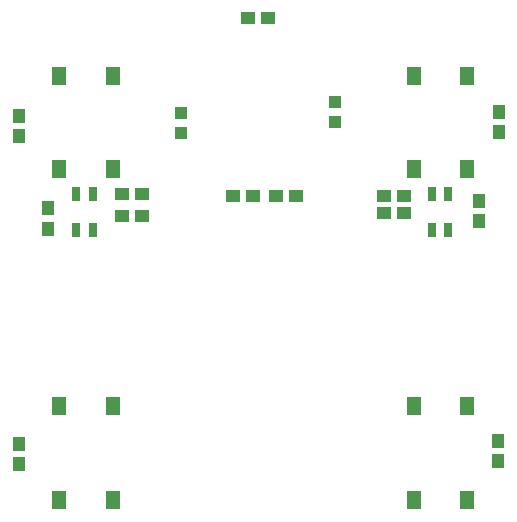
<source format=gtp>
G04 MADE WITH FRITZING*
G04 WWW.FRITZING.ORG*
G04 DOUBLE SIDED*
G04 HOLES PLATED*
G04 CONTOUR ON CENTER OF CONTOUR VECTOR*
%ASAXBY*%
%FSLAX23Y23*%
%MOIN*%
%OFA0B0*%
%SFA1.0B1.0*%
%ADD10R,0.039370X0.043307*%
%ADD11R,0.047244X0.043307*%
%ADD12R,0.043307X0.047244*%
%ADD13R,0.051181X0.061024*%
%ADD14R,0.027559X0.047244*%
%LNPASTEMASK1*%
G90*
G70*
G54D10*
X789Y1604D03*
X789Y1537D03*
X1303Y1641D03*
X1303Y1574D03*
G54D11*
X1015Y1921D03*
X1082Y1921D03*
G54D12*
X1846Y511D03*
X1846Y444D03*
X1850Y1610D03*
X1850Y1543D03*
X250Y502D03*
X250Y435D03*
X250Y1596D03*
X250Y1529D03*
G54D11*
X1468Y1330D03*
X1535Y1330D03*
G54D12*
X1783Y1311D03*
X1783Y1244D03*
G54D11*
X1468Y1271D03*
X1535Y1271D03*
X594Y1334D03*
X661Y1334D03*
X661Y1263D03*
X594Y1263D03*
G54D12*
X346Y1287D03*
X346Y1220D03*
G54D11*
X964Y1330D03*
X1031Y1330D03*
X1106Y1330D03*
X1173Y1330D03*
G54D13*
X1567Y627D03*
X1567Y314D03*
X1744Y627D03*
X1744Y314D03*
X1567Y1730D03*
X1567Y1417D03*
X1744Y1730D03*
X1744Y1417D03*
X385Y1730D03*
X385Y1417D03*
X563Y1730D03*
X563Y1417D03*
G54D14*
X441Y1334D03*
X496Y1334D03*
X441Y1216D03*
X496Y1216D03*
X1626Y1334D03*
X1682Y1334D03*
X1626Y1216D03*
X1682Y1216D03*
G54D13*
X385Y627D03*
X385Y314D03*
X563Y627D03*
X563Y314D03*
G04 End of PasteMask1*
M02*
</source>
